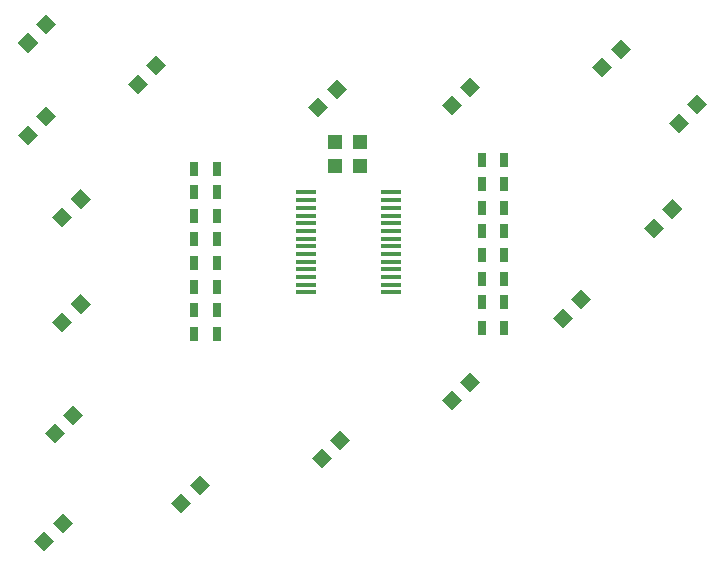
<source format=gtp>
G04 #@! TF.FileFunction,Paste,Top*
%FSLAX46Y46*%
G04 Gerber Fmt 4.6, Leading zero omitted, Abs format (unit mm)*
G04 Created by KiCad (PCBNEW 4.0.7-e2-6376~61~ubuntu18.04.1) date Wed May 30 21:50:51 2018*
%MOMM*%
%LPD*%
G01*
G04 APERTURE LIST*
%ADD10C,0.100000*%
%ADD11R,1.750000X0.450000*%
%ADD12R,1.200000X1.200000*%
%ADD13R,0.700000X1.300000*%
G04 APERTURE END LIST*
D10*
G36*
X131727817Y-118473655D02*
X132576345Y-119322183D01*
X131727817Y-120170711D01*
X130879289Y-119322183D01*
X131727817Y-118473655D01*
X131727817Y-118473655D01*
G37*
G36*
X130172183Y-120029289D02*
X131020711Y-120877817D01*
X130172183Y-121726345D01*
X129323655Y-120877817D01*
X130172183Y-120029289D01*
X130172183Y-120029289D01*
G37*
G36*
X142727817Y-113573655D02*
X143576345Y-114422183D01*
X142727817Y-115270711D01*
X141879289Y-114422183D01*
X142727817Y-113573655D01*
X142727817Y-113573655D01*
G37*
G36*
X141172183Y-115129289D02*
X142020711Y-115977817D01*
X141172183Y-116826345D01*
X140323655Y-115977817D01*
X141172183Y-115129289D01*
X141172183Y-115129289D01*
G37*
G36*
X152127817Y-106573655D02*
X152976345Y-107422183D01*
X152127817Y-108270711D01*
X151279289Y-107422183D01*
X152127817Y-106573655D01*
X152127817Y-106573655D01*
G37*
G36*
X150572183Y-108129289D02*
X151420711Y-108977817D01*
X150572183Y-109826345D01*
X149723655Y-108977817D01*
X150572183Y-108129289D01*
X150572183Y-108129289D01*
G37*
G36*
X159850000Y-98951472D02*
X160698528Y-99800000D01*
X159850000Y-100648528D01*
X159001472Y-99800000D01*
X159850000Y-98951472D01*
X159850000Y-98951472D01*
G37*
G36*
X158294366Y-100507106D02*
X159142894Y-101355634D01*
X158294366Y-102204162D01*
X157445838Y-101355634D01*
X158294366Y-100507106D01*
X158294366Y-100507106D01*
G37*
G36*
X161927817Y-90073655D02*
X162776345Y-90922183D01*
X161927817Y-91770711D01*
X161079289Y-90922183D01*
X161927817Y-90073655D01*
X161927817Y-90073655D01*
G37*
G36*
X160372183Y-91629289D02*
X161220711Y-92477817D01*
X160372183Y-93326345D01*
X159523655Y-92477817D01*
X160372183Y-91629289D01*
X160372183Y-91629289D01*
G37*
G36*
X155450000Y-85351472D02*
X156298528Y-86200000D01*
X155450000Y-87048528D01*
X154601472Y-86200000D01*
X155450000Y-85351472D01*
X155450000Y-85351472D01*
G37*
G36*
X153894366Y-86907106D02*
X154742894Y-87755634D01*
X153894366Y-88604162D01*
X153045838Y-87755634D01*
X153894366Y-86907106D01*
X153894366Y-86907106D01*
G37*
G36*
X142727817Y-88573655D02*
X143576345Y-89422183D01*
X142727817Y-90270711D01*
X141879289Y-89422183D01*
X142727817Y-88573655D01*
X142727817Y-88573655D01*
G37*
G36*
X141172183Y-90129289D02*
X142020711Y-90977817D01*
X141172183Y-91826345D01*
X140323655Y-90977817D01*
X141172183Y-90129289D01*
X141172183Y-90129289D01*
G37*
G36*
X131427817Y-88773655D02*
X132276345Y-89622183D01*
X131427817Y-90470711D01*
X130579289Y-89622183D01*
X131427817Y-88773655D01*
X131427817Y-88773655D01*
G37*
G36*
X129872183Y-90329289D02*
X130720711Y-91177817D01*
X129872183Y-92026345D01*
X129023655Y-91177817D01*
X129872183Y-90329289D01*
X129872183Y-90329289D01*
G37*
G36*
X116127817Y-86773655D02*
X116976345Y-87622183D01*
X116127817Y-88470711D01*
X115279289Y-87622183D01*
X116127817Y-86773655D01*
X116127817Y-86773655D01*
G37*
G36*
X114572183Y-88329289D02*
X115420711Y-89177817D01*
X114572183Y-90026345D01*
X113723655Y-89177817D01*
X114572183Y-88329289D01*
X114572183Y-88329289D01*
G37*
G36*
X106827817Y-83273655D02*
X107676345Y-84122183D01*
X106827817Y-84970711D01*
X105979289Y-84122183D01*
X106827817Y-83273655D01*
X106827817Y-83273655D01*
G37*
G36*
X105272183Y-84829289D02*
X106120711Y-85677817D01*
X105272183Y-86526345D01*
X104423655Y-85677817D01*
X105272183Y-84829289D01*
X105272183Y-84829289D01*
G37*
G36*
X106827817Y-91073655D02*
X107676345Y-91922183D01*
X106827817Y-92770711D01*
X105979289Y-91922183D01*
X106827817Y-91073655D01*
X106827817Y-91073655D01*
G37*
G36*
X105272183Y-92629289D02*
X106120711Y-93477817D01*
X105272183Y-94326345D01*
X104423655Y-93477817D01*
X105272183Y-92629289D01*
X105272183Y-92629289D01*
G37*
G36*
X109727817Y-98073655D02*
X110576345Y-98922183D01*
X109727817Y-99770711D01*
X108879289Y-98922183D01*
X109727817Y-98073655D01*
X109727817Y-98073655D01*
G37*
G36*
X108172183Y-99629289D02*
X109020711Y-100477817D01*
X108172183Y-101326345D01*
X107323655Y-100477817D01*
X108172183Y-99629289D01*
X108172183Y-99629289D01*
G37*
G36*
X109727817Y-106973655D02*
X110576345Y-107822183D01*
X109727817Y-108670711D01*
X108879289Y-107822183D01*
X109727817Y-106973655D01*
X109727817Y-106973655D01*
G37*
G36*
X108172183Y-108529289D02*
X109020711Y-109377817D01*
X108172183Y-110226345D01*
X107323655Y-109377817D01*
X108172183Y-108529289D01*
X108172183Y-108529289D01*
G37*
G36*
X109127817Y-116373655D02*
X109976345Y-117222183D01*
X109127817Y-118070711D01*
X108279289Y-117222183D01*
X109127817Y-116373655D01*
X109127817Y-116373655D01*
G37*
G36*
X107572183Y-117929289D02*
X108420711Y-118777817D01*
X107572183Y-119626345D01*
X106723655Y-118777817D01*
X107572183Y-117929289D01*
X107572183Y-117929289D01*
G37*
G36*
X108227817Y-125473655D02*
X109076345Y-126322183D01*
X108227817Y-127170711D01*
X107379289Y-126322183D01*
X108227817Y-125473655D01*
X108227817Y-125473655D01*
G37*
G36*
X106672183Y-127029289D02*
X107520711Y-127877817D01*
X106672183Y-128726345D01*
X105823655Y-127877817D01*
X106672183Y-127029289D01*
X106672183Y-127029289D01*
G37*
G36*
X119805634Y-122295838D02*
X120654162Y-123144366D01*
X119805634Y-123992894D01*
X118957106Y-123144366D01*
X119805634Y-122295838D01*
X119805634Y-122295838D01*
G37*
G36*
X118250000Y-123851472D02*
X119098528Y-124700000D01*
X118250000Y-125548528D01*
X117401472Y-124700000D01*
X118250000Y-123851472D01*
X118250000Y-123851472D01*
G37*
D11*
X136050000Y-106825000D03*
X136050000Y-106175000D03*
X136050000Y-105525000D03*
X136050000Y-104875000D03*
X136050000Y-104225000D03*
X136050000Y-103575000D03*
X136050000Y-102925000D03*
X136050000Y-102275000D03*
X136050000Y-101625000D03*
X136050000Y-100975000D03*
X136050000Y-100325000D03*
X136050000Y-99675000D03*
X136050000Y-99025000D03*
X136050000Y-98375000D03*
X128850000Y-98375000D03*
X128850000Y-99025000D03*
X128850000Y-99675000D03*
X128850000Y-100325000D03*
X128850000Y-100975000D03*
X128850000Y-101625000D03*
X128850000Y-102275000D03*
X128850000Y-102925000D03*
X128850000Y-103575000D03*
X128850000Y-104225000D03*
X128850000Y-104875000D03*
X128850000Y-105525000D03*
X128850000Y-106175000D03*
X128850000Y-106825000D03*
D12*
X133381650Y-96098721D03*
X131281650Y-96098721D03*
X133381647Y-94098724D03*
X131281647Y-94098724D03*
D13*
X121272320Y-110351244D03*
X119372320Y-110351244D03*
X121272321Y-108351242D03*
X119372321Y-108351242D03*
X121272319Y-106351242D03*
X119372319Y-106351242D03*
X121272320Y-104351244D03*
X119372320Y-104351244D03*
X121272320Y-102351244D03*
X119372320Y-102351244D03*
X121272320Y-100351244D03*
X119372320Y-100351244D03*
X121272319Y-98351245D03*
X119372319Y-98351245D03*
X121272320Y-96419593D03*
X119372320Y-96419593D03*
X143700763Y-95661338D03*
X145600763Y-95661338D03*
X143700765Y-97661336D03*
X145600765Y-97661336D03*
X143700768Y-99661336D03*
X145600768Y-99661336D03*
X143700763Y-101661340D03*
X145600763Y-101661340D03*
X143700766Y-103661336D03*
X145600766Y-103661336D03*
X143700765Y-105661340D03*
X145600765Y-105661340D03*
X143700764Y-107661343D03*
X145600764Y-107661343D03*
X143700761Y-109838681D03*
X145600761Y-109838681D03*
M02*

</source>
